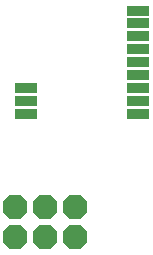
<source format=gbr>
%TF.GenerationSoftware,KiCad,Pcbnew,6.0.5-a6ca702e91~116~ubuntu20.04.1*%
%TF.CreationDate,2022-05-09T20:04:06+03:00*%
%TF.ProjectId,ict_v361-xs,6963745f-7633-4363-912d-78732e6b6963,rev?*%
%TF.SameCoordinates,Original*%
%TF.FileFunction,Soldermask,Bot*%
%TF.FilePolarity,Negative*%
%FSLAX46Y46*%
G04 Gerber Fmt 4.6, Leading zero omitted, Abs format (unit mm)*
G04 Created by KiCad (PCBNEW 6.0.5-a6ca702e91~116~ubuntu20.04.1) date 2022-05-09 20:04:06*
%MOMM*%
%LPD*%
G01*
G04 APERTURE LIST*
G04 Aperture macros list*
%AMRoundRect*
0 Rectangle with rounded corners*
0 $1 Rounding radius*
0 $2 $3 $4 $5 $6 $7 $8 $9 X,Y pos of 4 corners*
0 Add a 4 corners polygon primitive as box body*
4,1,4,$2,$3,$4,$5,$6,$7,$8,$9,$2,$3,0*
0 Add four circle primitives for the rounded corners*
1,1,$1+$1,$2,$3*
1,1,$1+$1,$4,$5*
1,1,$1+$1,$6,$7*
1,1,$1+$1,$8,$9*
0 Add four rect primitives between the rounded corners*
20,1,$1+$1,$2,$3,$4,$5,0*
20,1,$1+$1,$4,$5,$6,$7,0*
20,1,$1+$1,$6,$7,$8,$9,0*
20,1,$1+$1,$8,$9,$2,$3,0*%
%AMFreePoly0*
4,1,17,0.514801,0.984701,0.984701,0.514801,1.003300,0.469900,1.003300,-0.469900,0.984701,-0.514801,0.514801,-0.984701,0.469900,-1.003300,-0.469900,-1.003300,-0.514801,-0.984701,-0.984701,-0.514801,-1.003300,-0.469900,-1.003300,0.469900,-0.984701,0.514801,-0.514801,0.984701,-0.469900,1.003300,0.469900,1.003300,0.514801,0.984701,0.514801,0.984701,$1*%
G04 Aperture macros list end*
%ADD10FreePoly0,180.000000*%
%ADD11RoundRect,0.063500X-0.900000X-0.400000X0.900000X-0.400000X0.900000X0.400000X-0.900000X0.400000X0*%
%ADD12RoundRect,0.063500X-0.900000X-0.350000X0.900000X-0.350000X0.900000X0.350000X-0.900000X0.350000X0*%
G04 APERTURE END LIST*
D10*
%TO.C,ISP0*%
X142290500Y-114650200D03*
X142290500Y-112110200D03*
X144830500Y-114650200D03*
X144830500Y-112110200D03*
X147370500Y-114650200D03*
X147370500Y-112110200D03*
%TD*%
D11*
%TO.C,U$2*%
X143151100Y-103153600D03*
X143151100Y-102053600D03*
D12*
X143151100Y-104203600D03*
D11*
X152651100Y-103153600D03*
X152651100Y-102053600D03*
X152651100Y-100953600D03*
X152651100Y-99853600D03*
X152651100Y-98753600D03*
X152651100Y-97653600D03*
X152651100Y-96553600D03*
D12*
X152651100Y-95503600D03*
X152651100Y-104203600D03*
%TD*%
M02*

</source>
